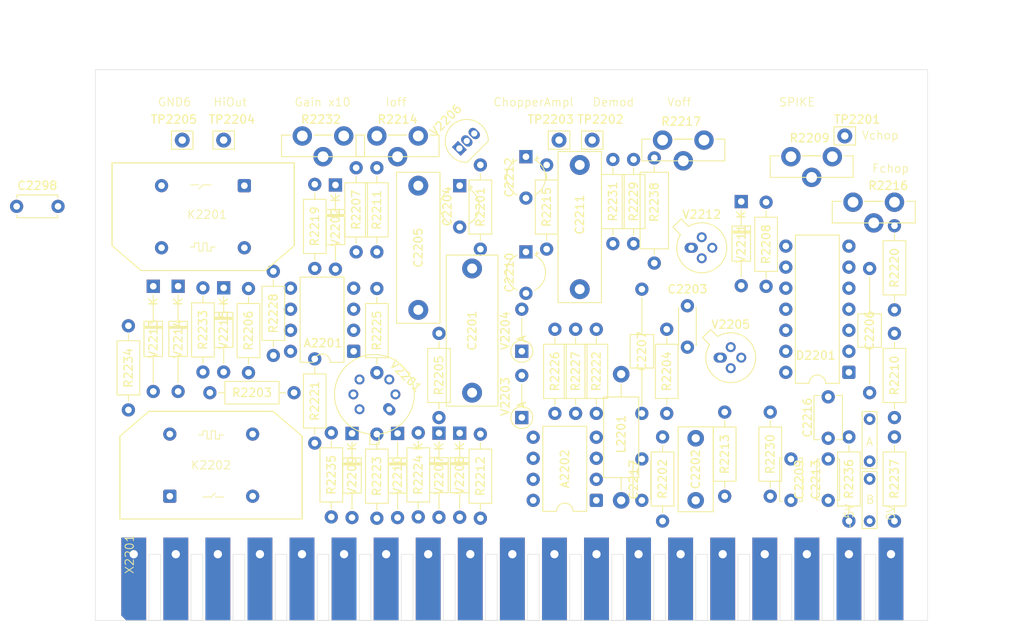
<source format=kicad_pcb>
(kicad_pcb (version 20241229) (generator "pcbnew") (generator_version "9.0")
  (title_block (title "Philips PM2528 - N22 (DC Amplifier)") (date "2025-08-06") (rev "1.0") (company "D. Kupers"))
  (layers (0 "F.Cu" signal) (2 "B.Cu" signal) (13 "F.Paste" user) (15 "B.Paste" user) (5 "F.SilkS" user "F.Silkscreen") (7 "B.SilkS" user "B.Silkscreen") (1 "F.Mask" user) (3 "B.Mask" user) (25 "Edge.Cuts" user))
  (net 0 "")
  (net 2 "/HI")
  (net 3 "GND5")
  (net 5 "-15V")
  (net 6 "/RELHI")
  (net 7 "GND3")
  (net 9 "GND7")
  (net 11 "/HIOUT2")
  (net 13 "/HIOUT1")
  (net 15 "/LO")
  (net 16 "GND4")
  (net 17 "+15V")
  (net 18 "GND6")
  (net 20 "Net-(V2203-K)")
  (net 21 "Net-(V2206-B)")
  (net 22 "Net-(V2206-E)")
  (net 23 "Net-(V2206-C)")
  (net 24 "Net-(V2207-K)")
  (net 25 "Net-(V2208-A)")
  (net 26 "Net-(V2212-D)")
  (net 29 "Net-(A2201-+)")
  (net 31 "Net-(A2201--)")
  (net 32 "Net-(A2202--)")
  (net 35 "Net-(A2202-+)")
  (net 37 "Net-(A2202-Pad6)")
  (net 38 "Net-(R2232-Pad1)")
  (net 39 "Net-(C2203-Pad1)")
  (net 40 "Net-(R2208-Pad1)")
  (net 41 "Net-(R2209-Pad1)")
  (net 42 "Net-(R2214-Pad1)")
  (net 43 "Net-(R2207-Pad2)")
  (net 44 "Net-(R2216-Pad3)")
  (net 45 "Net-(R2217-Pad2)")
  (net 46 "Net-(V2201-1G)")
  (net 47 "Net-(C2202-Pad2)")
  (net 48 "Net-(V2202-K)")
  (net 49 "Net-(V2205-D)")
  (net 50 "Net-(V2201-1S)")
  (net 51 "Net-(JP2201-A)")
  (net 52 "Net-(V2201-2D)")
  (net 53 "Net-(C2205-Pad2)")
  (net 54 "Net-(V2201-2S)")
  (net 55 "Net-(C2207-Pad2)")
  (net 56 "Net-(C2211-Pad2)")
  (net 57 "Net-(V2201-2G)")
  (net 58 "Net-(V2213-A)")
  (net 59 "Net-(D2201-RC_COMMON)")
  (net 60 "Net-(D2201-C)")
  (net 61 "Net-(D2201-+TRIGGER)")
  (net 62 "Net-(D2201-Q)")
  (net 63 "Net-(D2201-R)")
  (net 64 "Net-(D2201-~{Q})")
  (net 66 "Net-(V2205-Bulk)")
  (net 67 "Net-(JP2201-B)")
  (footprint "Package_TO_SOT_THT:TO-72-4" (layer "F.Cu") (at 173.46 84)
    (property "Reference" "V2212" (at 1.27 -4.02 0) (layer "F.SilkS"))
    (property "Value" "BFW13")
    (pad "1" thru_hole oval (at 0 0) (size 1.6 1.2) (drill 0.7) (layers "*.Cu" "*.Mask") (net 26 "Net-(V2212-D)"))
    (pad "2" thru_hole circle (at 1.27 1.27) (size 1.2 1.2) (drill 0.7) (layers "*.Cu" "*.Mask") (net 62 "Net-(D2201-Q)"))
    (pad "3" thru_hole circle (at 2.54 0) (size 1.2 1.2) (drill 0.7) (layers "*.Cu" "*.Mask") (net 16 "GND4"))
    (pad "4" thru_hole circle (at 1.27 -1.27) (size 1.2 1.2) (drill 0.7) (layers "*.Cu" "*.Mask"))
  )
  (footprint "Capacitor_THT:C_Disc_D4.3mm_W1.9mm_P5.00mm" (layer "F.Cu") (at 167.5 114.5 90)
    (property "Reference" "C2217" (at 2.5 -1 270) (layer "F.SilkS"))
    (property "Value" "3n3/100V")
    (pad "1" thru_hole circle (at 0 0 90) (size 1.6 1.6) (drill 0.8) (layers "*.Cu" "*.Mask") (net 7 "GND3"))
    (pad "2" thru_hole circle (at 5 0 90) (size 1.6 1.6) (drill 0.8) (layers "*.Cu" "*.Mask") (net 35 "Net-(A2202-+)"))
  )
  (footprint "Capacitor_THT:C_Axial_L3.8mm_D2.6mm_P15.00mm_Horizontal" (layer "F.Cu") (at 195 101.5 90)
    (property "Reference" "C2206" (at 7.5 0 90) (layer "F.SilkS"))
    (property "Value" "3n16")
    (pad "1" thru_hole circle (at 0 0 90) (size 1.6 1.6) (drill 0.8) (layers "*.Cu" "*.Mask") (net 59 "Net-(D2201-RC_COMMON)"))
    (pad "2" thru_hole circle (at 15 0 90) (size 1.6 1.6) (drill 0.8) (layers "*.Cu" "*.Mask") (net 60 "Net-(D2201-C)"))
  )
  (footprint "Diode_THT:D_DO-35_SOD27_P10.16mm_Horizontal" (layer "F.Cu") (at 179.5 78.42 -90)
    (property "Reference" "V2211" (at 5.08 0 90) (layer "F.SilkS"))
    (property "Value" "BZX79-C5V6")
    (fp_text user "K" (at 1.58 0 90) (layer "F.SilkS"))
    (pad "1" thru_hole rect (at 0 0 270) (size 1.6 1.6) (drill 0.8) (layers "*.Cu" "*.Mask") (net 3 "GND5"))
    (pad "2" thru_hole oval (at 10.16 0 270) (size 1.6 1.6) (drill 0.8) (layers "*.Cu" "*.Mask") (net 61 "Net-(D2201-+TRIGGER)"))
  )
  (footprint "Connector_Pin:Pin_D0.9mm_L10.0mm_W2.4mm_FlatFork" (layer "F.Cu") (at 157.5 71)
    (property "Reference" "TP2203" (at -1 -2.5 0) (layer "F.SilkS"))
    (property "Value" "Chopper Ampl")
    (pad "1" thru_hole circle (at 0 0) (size 1.8 1.8) (drill 0.9) (layers "*.Cu" "*.Mask") (net 37 "Net-(A2202-Pad6)"))
  )
  (footprint "Inductor_THT:L_Axial_L9.5mm_D4.0mm_P15.24mm_Horizontal_Fastron_SMCC" (layer "F.Cu") (at 165 114.5 90)
    (property "Reference" "L2201" (at 8 0 90) (layer "F.SilkS"))
    (property "Value" "470u")
    (pad "1" thru_hole circle (at 0 0 90) (size 2 2) (drill 1) (layers "*.Cu" "*.Mask") (net 55 "Net-(C2207-Pad2)"))
    (pad "2" thru_hole circle (at 15.24 0 90) (size 2 2) (drill 1) (layers "*.Cu" "*.Mask") (net 35 "Net-(A2202-+)"))
  )
  (footprint "Resistor_THT:R_Axial_DIN0207_L6.3mm_D2.5mm_P10.16mm_Horizontal" (layer "F.Cu") (at 159.5 104 90)
    (property "Reference" "R2227" (at 5.08 0 90) (layer "F.SilkS"))
    (property "Value" "100")
    (pad "1" thru_hole circle (at 0 0 90) (size 1.6 1.6) (drill 0.8) (layers "*.Cu" "*.Mask") (net 32 "Net-(A2202--)"))
    (pad "2" thru_hole oval (at 10.16 0 90) (size 1.6 1.6) (drill 0.8) (layers "*.Cu" "*.Mask") (net 62 "Net-(D2201-Q)"))
  )
  (footprint "Capacitor_THT:CP_Radial_Tantal_D4.5mm_P5.00mm" (layer "F.Cu") (at 153.5 84.5 -90)
    (property "Reference" "C2210" (at 2.5 2 90) (layer "F.SilkS"))
    (property "Value" "33u/10V")
    (pad "1" thru_hole rect (at 0 0 270) (size 1.6 1.6) (drill 0.8) (layers "*.Cu" "*.Mask") (net 62 "Net-(D2201-Q)"))
    (pad "2" thru_hole circle (at 5 0 270) (size 1.6 1.6) (drill 0.8) (layers "*.Cu" "*.Mask") (net 7 "GND3"))
  )
  (footprint "PM2528:Trimmer vertical" (layer "F.Cu") (at 190.5 73 -90)
    (property "Reference" "R2209" (at -2.25 2.75 0) (layer "F.SilkS"))
    (property "Value" "1k")
    (pad "1" thru_hole circle (at 0 0 270) (size 2.34 2.34) (drill 1.3) (layers "*.Cu" "*.Mask") (net 41 "Net-(R2209-Pad1)"))
    (pad "2" thru_hole circle (at 2.5 2.5 270) (size 2.34 2.34) (drill 1.3) (layers "*.Cu" "*.Mask") (net 39 "Net-(C2203-Pad1)"))
    (pad "3" thru_hole circle (at 0 5 270) (size 2.34 2.34) (drill 1.3) (layers "*.Cu" "*.Mask") (net 40 "Net-(R2208-Pad1)"))
  )
  (footprint "Resistor_THT:R_Axial_DIN0207_L6.3mm_D2.5mm_P10.16mm_Horizontal" (layer "F.Cu") (at 192.5 117 90)
    (property "Reference" "R2236" (at 5.08 0 270) (layer "F.SilkS"))
    (property "Value" "1k27")
    (pad "1" thru_hole circle (at 0 0 90) (size 1.6 1.6) (drill 0.8) (layers "*.Cu" "*.Mask") (net 51 "Net-(JP2201-A)"))
    (pad "2" thru_hole oval (at 10.16 0 90) (size 1.6 1.6) (drill 0.8) (layers "*.Cu" "*.Mask") (net 16 "GND4"))
  )
  (footprint "Resistor_THT:R_Axial_DIN0207_L6.3mm_D2.5mm_P10.16mm_Horizontal" (layer "F.Cu") (at 148 84.16 90)
    (property "Reference" "R2201" (at 5.08 0 90) (layer "F.SilkS"))
    (property "Value" "681k")
    (pad "1" thru_hole circle (at 0 0 90) (size 1.6 1.6) (drill 0.8) (layers "*.Cu" "*.Mask") (net 46 "Net-(V2201-1G)"))
    (pad "2" thru_hole oval (at 10.16 0 90) (size 1.6 1.6) (drill 0.8) (layers "*.Cu" "*.Mask") (net 16 "GND4"))
  )
  (footprint "Resistor_THT:R_Axial_DIN0207_L6.3mm_D2.5mm_P10.16mm_Horizontal" (layer "F.Cu") (at 128 86.5 90)
    (property "Reference" "R2219" (at 5.08 0 90) (layer "F.SilkS"))
    (property "Value" "82R5")
    (pad "1" thru_hole circle (at 0 0 90) (size 1.6 1.6) (drill 0.8) (layers "*.Cu" "*.Mask") (net 54 "Net-(V2201-2S)"))
    (pad "2" thru_hole oval (at 10.16 0 90) (size 1.6 1.6) (drill 0.8) (layers "*.Cu" "*.Mask") (net 42 "Net-(R2214-Pad1)"))
  )
  (footprint "Resistor_THT:R_Axial_DIN0207_L6.3mm_D2.5mm_P10.16mm_Horizontal" (layer "F.Cu") (at 135.5 84.5 90)
    (property "Reference" "R2211" (at 5.08 0 90) (layer "F.SilkS"))
    (property "Value" "1k")
    (pad "1" thru_hole circle (at 0 0 90) (size 1.6 1.6) (drill 0.8) (layers "*.Cu" "*.Mask") (net 53 "Net-(C2205-Pad2)"))
    (pad "2" thru_hole oval (at 10.16 0 90) (size 1.6 1.6) (drill 0.8) (layers "*.Cu" "*.Mask") (net 52 "Net-(V2201-2D)"))
  )
  (footprint "Resistor_THT:R_Axial_DIN0207_L6.3mm_D2.5mm_P10.16mm_Horizontal" (layer "F.Cu") (at 170.5 104 90)
    (property "Reference" "R2204" (at 5.08 0 90) (layer "F.SilkS"))
    (property "Value" "100k")
    (pad "1" thru_hole circle (at 0 0 90) (size 1.6 1.6) (drill 0.8) (layers "*.Cu" "*.Mask") (net 47 "Net-(C2202-Pad2)"))
    (pad "2" thru_hole oval (at 10.16 0 90) (size 1.6 1.6) (drill 0.8) (layers "*.Cu" "*.Mask") (net 49 "Net-(V2205-D)"))
  )
  (footprint "Diode_THT:D_DO-35_SOD27_P5.08mm_Vertical_AnodeUp" (layer "F.Cu") (at 153 104.5 90)
    (property "Reference" "V2203" (at 2.54 -2 90) (layer "F.SilkS"))
    (property "Value" "BAV45")
    (fp_text user "A" (at 1.5 0 90) (layer "F.SilkS"))
    (pad "1" thru_hole rect (at 0 0 90) (size 1.6 1.6) (drill 0.8) (layers "*.Cu" "*.Mask") (net 20 "Net-(V2203-K)"))
    (pad "2" thru_hole oval (at 5.08 0 90) (size 1.6 1.6) (drill 0.8) (layers "*.Cu" "*.Mask") (net 2 "/HI"))
  )
  (footprint "PM2528:Trimmer vertical" (layer "F.Cu") (at 131.5 70.5 -90)
    (property "Reference" "R2232" (at -2 2.75 0) (layer "F.SilkS"))
    (property "Value" "100")
    (pad "1" thru_hole circle (at 0 0 270) (size 2.34 2.34) (drill 1.3) (layers "*.Cu" "*.Mask") (net 38 "Net-(R2232-Pad1)"))
    (pad "2" thru_hole circle (at 2.5 2.5 270) (size 2.34 2.34) (drill 1.3) (layers "*.Cu" "*.Mask") (net 38 "Net-(R2232-Pad1)"))
    (pad "3" thru_hole circle (at 0 5 270) (size 2.34 2.34) (drill 1.3) (layers "*.Cu" "*.Mask") (net 15 "/LO"))
  )
  (footprint "PM2528:Trimmer vertical" (layer "F.Cu") (at 198 78.5 -90)
    (property "Reference" "R2216" (at -2 0.75 0) (layer "F.SilkS"))
    (property "Value" "47k")
    (pad "1" thru_hole circle (at 0 0 270) (size 2.34 2.34) (drill 1.3) (layers "*.Cu" "*.Mask") (net 59 "Net-(D2201-RC_COMMON)"))
    (pad "2" thru_hole circle (at 2.5 2.5 270) (size 2.34 2.34) (drill 1.3) (layers "*.Cu" "*.Mask") (net 59 "Net-(D2201-RC_COMMON)"))
    (pad "3" thru_hole circle (at 0 5 270) (size 2.34 2.34) (drill 1.3) (layers "*.Cu" "*.Mask") (net 44 "Net-(R2216-Pad3)"))
  )
  (footprint "Diode_THT:D_DO-35_SOD27_P12.70mm_Horizontal" (layer "F.Cu") (at 108.5 88.65 -90)
    (property "Reference" "V2213" (at 6.35 0 270) (layer "F.SilkS"))
    (property "Value" "BZX79-C5V1")
    (fp_text user "K" (at 1.85 0 270) (layer "F.SilkS"))
    (pad "1" thru_hole rect (at 0 0 270) (size 1.6 1.6) (drill 0.8) (layers "*.Cu" "*.Mask") (net 13 "/HIOUT1"))
    (pad "2" thru_hole oval (at 12.7 0 270) (size 1.6 1.6) (drill 0.8) (layers "*.Cu" "*.Mask") (net 58 "Net-(V2213-A)"))
  )
  (footprint "Connector_Pin:Pin_D0.9mm_L10.0mm_W2.4mm_FlatFork" (layer "F.Cu") (at 117 71)
    (property "Reference" "TP2204" (at 1 -2.5 0) (layer "F.SilkS"))
    (property "Value" "Hi Out")
    (pad "1" thru_hole circle (at 0 0) (size 1.8 1.8) (drill 0.9) (layers "*.Cu" "*.Mask") (net 13 "/HIOUT1"))
  )
  (footprint "Diode_THT:D_DO-35_SOD27_P10.16mm_Horizontal" (layer "F.Cu") (at 138 106.42 -90)
    (property "Reference" "V2210" (at 5.08 0 90) (layer "F.SilkS"))
    (property "Value" "BZX79-C3V6")
    (fp_text user "K" (at 1.58 -2.5 90) (layer "F.SilkS"))
    (pad "1" thru_hole rect (at 0 0 270) (size 1.6 1.6) (drill 0.8) (layers "*.Cu" "*.Mask") (net 13 "/HIOUT1"))
    (pad "2" thru_hole oval (at 10.16 0 270) (size 1.6 1.6) (drill 0.8) (layers "*.Cu" "*.Mask") (net 25 "Net-(V2208-A)"))
  )
  (footprint "Diode_THT:D_DO-35_SOD27_P5.08mm_Vertical_AnodeUp" (layer "F.Cu") (at 153 96.5 90)
    (property "Reference" "V2204" (at 2.5 -2 90) (layer "F.SilkS"))
    (property "Value" "BAV45")
    (fp_text user "A" (at 1.5 0 90) (layer "F.SilkS"))
    (pad "1" thru_hole rect (at 0 0 90) (size 1.6 1.6) (drill 0.8) (layers "*.Cu" "*.Mask") (net 2 "/HI"))
    (pad "2" thru_hole oval (at 5.08 0 90) (size 1.6 1.6) (drill 0.8) (layers "*.Cu" "*.Mask") (net 20 "Net-(V2203-K)"))
  )
  (footprint "Package_TO_SOT_THT:TO-72-4" (layer "F.Cu") (at 176.96 97.27)
    (property "Reference" "V2205" (at 1.27 -4.01 0) (layer "F.SilkS"))
    (property "Value" "BSV81")
    (pad "1" thru_hole oval (at 0 0) (size 1.6 1.2) (drill 0.7) (layers "*.Cu" "*.Mask") (net 49 "Net-(V2205-D)"))
    (pad "2" thru_hole circle (at 1.27 1.27) (size 1.2 1.2) (drill 0.7) (layers "*.Cu" "*.Mask") (net 64 "Net-(D2201-~{Q})"))
    (pad "3" thru_hole circle (at 2.54 0) (size 1.2 1.2) (drill 0.7) (layers "*.Cu" "*.Mask") (net 66 "Net-(V2205-Bulk)"))
    (pad "4" thru_hole circle (at 1.27 -1.27) (size 1.2 1.2) (drill 0.7) (layers "*.Cu" "*.Mask") (net 66 "Net-(V2205-Bulk)"))
  )
  (footprint "Resistor_THT:R_Axial_DIN0207_L6.3mm_D2.5mm_P10.16mm_Horizontal" (layer "F.Cu") (at 135.5 99.08 90)
    (property "Reference" "R2225" (at 5.08 0 90) (layer "F.SilkS"))
    (property "Value" "196")
    (pad "1" thru_hole circle (at 0 0 90) (size 1.6 1.6) (drill 0.8) (layers "*.Cu" "*.Mask") (net 52 "Net-(V2201-2D)"))
    (pad "2" thru_hole oval (at 10.16 0 90) (size 1.6 1.6) (drill 0.8) (layers "*.Cu" "*.Mask") (net 31 "Net-(A2201--)"))
  )
  (footprint "Capacitor_THT:CP_Radial_Tantal_D4.5mm_P5.00mm" (layer "F.Cu") (at 145.5 76.5 -90)
    (property "Reference" "C2204" (at 2.5 1.5 90) (layer "F.SilkS"))
    (property "Value" "22u")
    (pad "1" thru_hole rect (at 0 0 270) (size 1.6 1.6) (drill 0.8) (layers "*.Cu" "*.Mask") (net 21 "Net-(V2206-B)"))
    (pad "2" thru_hole circle (at 5 0 270) (size 1.6 1.6) (drill 0.8) (layers "*.Cu" "*.Mask") (net 5 "-15V"))
  )
  (footprint "Resistor_THT:R_Axial_DIN0207_L6.3mm_D2.5mm_P10.16mm_Horizontal" (layer "F.Cu") (at 177.5 114 90)
    (property "Reference" "R2213" (at 5.08 0 90) (layer "F.SilkS"))
    (property "Value" "220k")
    (pad "1" thru_hole circle (at 0 0 90) (size 1.6 1.6) (drill 0.8) (layers "*.Cu" "*.Mask") (net 7 "GND3"))
    (pad "2" thru_hole oval (at 10.16 0 90) (size 1.6 1.6) (drill 0.8) (layers "*.Cu" "*.Mask") (net 66 "Net-(V2205-Bulk)"))
  )
  (footprint "PM2528:Trimmer vertical" (layer "F.Cu") (at 140.5 70.5 -90)
    (property "Reference" "R2214" (at -2 2.5 0) (layer "F.SilkS"))
    (property "Value" "100")
    (pad "1" thru_hole circle (at 0 0 270) (size 2.34 2.34) (drill 1.3) (layers "*.Cu" "*.Mask") (net 42 "Net-(R2214-Pad1)"))
    (pad "2" thru_hole circle (at 2.5 2.5 270) (size 2.34 2.34) (drill 1.3) (layers "*.Cu" "*.Mask") (net 23 "Net-(V2206-C)"))
    (pad "3" thru_hole circle (at 0 5 270) (size 2.34 2.34) (drill 1.3) (layers "*.Cu" "*.Mask") (net 43 "Net-(R2207-Pad2)"))
  )
  (footprint "Diode_THT:D_DO-35_SOD27_P10.16mm_Horizontal" (layer "F.Cu") (at 143 106.38 -90)
    (property "Reference" "V2207" (at 5.08 0 270) (layer "F.SilkS"))
    (property "Value" "BAW62")
    (fp_text user "K" (at 1.62 0 270) (layer "F.SilkS"))
    (pad "1" thru_hole rect (at 0 0 270) (size 1.6 1.6) (drill 0.8) (layers "*.Cu" "*.Mask") (net 24 "Net-(V2207-K)"))
    (pad "2" thru_hole oval (at 10.16 0 270) (size 1.6 1.6) (drill 0.8) (layers "*.Cu" "*.Mask") (net 20 "Net-(V2203-K)"))
  )
  (footprint "TestPoint:TestPoint_Bridge_Pitch5.08mm_Drill0.7mm" (layer "F.Cu") (at 195 109.77 90)
    (property "Reference" "JP2201" (hide yes))
    (property "Value" "A")
    (pad "1" thru_hole circle (at 0 0 90) (size 1.4 1.4) (drill 0.7) (layers "*.Cu" "*.Mask") (net 51 "Net-(JP2201-A)"))
    (pad "1" thru_hole circle (at 5.08 0 90) (size 1.4 1.4) (drill 0.7) (layers "*.Cu" "*.Mask") (net 51 "Net-(JP2201-A)"))
  )
  (footprint "Resistor_THT:R_Axial_DIN0207_L6.3mm_D2.5mm_P10.16mm_Horizontal" (layer "F.Cu") (at 164 83.5 90)
    (property "Reference" "R2231" (at 5.08 0 90) (layer "F.SilkS"))
    (property "Value" "681k")
    (pad "1" thru_hole circle (at 0 0 90) (size 1.6 1.6) (drill 0.8) (layers "*.Cu" "*.Mask") (net 26 "Net-(V2212-D)"))
    (pad "2" thru_hole oval (at 10.16 0 90) (size 1.6 1.6) (drill 0.8) (layers "*.Cu" "*.Mask") (net 57 "Net-(V2201-2G)"))
  )
  (footprint "Resistor_THT:R_Axial_DIN0207_L6.3mm_D2.5mm_P10.16mm_Horizontal" (layer "F.Cu") (at 166.5 83.5 90)
    (property "Reference" "R2229" (at 5.08 0 90) (layer "F.SilkS"))
    (property "Value" "20k5")
    (pad "1" thru_hole circle (at 0 0 90) (size 1.6 1.6) (drill 0.8) (layers "*.Cu" "*.Mask") (net 56 "Net-(C2211-Pad2)"))
    (pad "2" thru_hole oval (at 10.16 0 90) (size 1.6 1.6) (drill 0.8) (layers "*.Cu" "*.Mask") (net 26 "Net-(V2212-D)"))
  )
  (footprint "Capacitor_THT:C_Disc_D5.1mm_W3.2mm_P5.00mm" (layer "F.Cu") (at 190 107 90)
    (property "Reference" "C2216" (at 2.5 -2.5 90) (layer "F.SilkS"))
    (property "Value" "27p/100V")
    (pad "1" thru_hole circle (at 0 0 90) (size 1.6 1.6) (drill 0.8) (layers "*.Cu" "*.Mask") (net 7 "GND3"))
    (pad "2" thru_hole circle (at 5 0 90) (size 1.6 1.6) (drill 0.8) (layers "*.Cu" "*.Mask") (net 63 "Net-(D2201-R)"))
  )
  (footprint "Diode_THT:D_DO-35_SOD27_P10.16mm_Horizontal" (layer "F.Cu") (at 132.5 106.42 -90)
    (property "Reference" "V2209" (at 5.08 0 90) (layer "F.SilkS"))
    (property "Value" "BZX79-C3V6")
    (fp_text user "K" (at 1.58 0 90) (layer "F.SilkS"))
    (pad "1" thru_hole rect (at 0 0 270) (size 1.6 1.6) (drill 0.8) (layers "*.Cu" "*.Mask") (net 24 "Net-(V2207-K)"))
    (pad "2" thru_hole oval (at 10.16 0 270) (size 1.6 1.6) (drill 0.8) (layers "*.Cu" "*.Mask") (net 13 "/HIOUT1"))
  )
  (footprint "Resistor_THT:R_Axial_DIN0207_L6.3mm_D2.5mm_P10.16mm_Horizontal" (layer "F.Cu") (at 157 104 90)
    (property "Reference" "R2226" (at 5.08 0 90) (layer "F.SilkS"))
    (property "Value" "100k")
    (pad "1" thru_hole circle (at 0 0 90) (size 1.6 1.6) (drill 0.8) (layers "*.Cu" "*.Mask") (net 37 "Net-(A2202-Pad6)"))
    (pad "2" thru_hole oval (at 10.16 0 90) (size 1.6 1.6) (drill 0.8) (layers "*.Cu" "*.Mask") (net 32 "Net-(A2202--)"))
  )
  (footprint "Capacitor_THT:C_Rect_L10.0mm_W4.0mm_P7.50mm_FKS3_FKP3" (layer "F.Cu") (at 174 114.5 90)
    (property "Reference" "C2202" (at 3.75 0 90) (layer "F.SilkS"))
    (property "Value" "47n/250V")
    (pad "1" thru_hole circle (at 0 0 90) (size 2 2) (drill 1) (layers "*.Cu" "*.Mask") (net 7 "GND3"))
    (pad "2" thru_hole circle (at 7.5 0 90) (size 2 2) (drill 1) (layers "*.Cu" "*.Mask") (net 47 "Net-(C2202-Pad2)"))
  )
  (footprint "Resistor_THT:R_Axial_DIN0207_L6.3mm_D2.5mm_P10.16mm_Horizontal" (layer "F.Cu") (at 198 91.5 90)
    (property "Reference" "R2220" (at 5.08 0 90) (layer "F.SilkS"))
    (property "Value" "196k")
    (pad "1" thru_hole circle (at 0 0 90) (size 1.6 1.6) (drill 0.8) (layers "*.Cu" "*.Mask") (net 63 "Net-(D2201-R)"))
    (pad "2" thru_hole oval (at 10.16 0 90) (size 1.6 1.6) (drill 0.8) (layers "*.Cu" "*.Mask") (net 44 "Net-(R2216-Pad3)"))
  )
  (footprint "Capacitor_THT:C_Axial_L3.8mm_D2.6mm_P15.00mm_Horizontal" (layer "F.Cu") (at 167.5 104 90)
    (property "Reference" "C2207" (at 7.5 0 90) (layer "F.SilkS"))
    (property "Value" "6n19 / 63V")
    (pad "1" thru_hole circle (at 0 0 90) (size 1.6 1.6) (drill 0.8) (layers "*.Cu" "*.Mask") (net 49 "Net-(V2205-D)"))
    (pad "2" thru_hole circle (at 15 0 90) (size 1.6 1.6) (drill 0.8) (layers "*.Cu" "*.Mask") (net 55 "Net-(C2207-Pad2)"))
  )
  (footprint "Resistor_THT:R_Axial_DIN0207_L6.3mm_D2.5mm_P10.16mm_Horizontal" (layer "F.Cu") (at 183 114 90)
    (property "Reference" "R2230" (at 5.08 0 90) (layer "F.SilkS"))
    (property "Value" "9k09")
    (pad "1" thru_hole circle (at 0 0 90) (size 1.6 1.6) (drill 0.8) (layers "*.Cu" "*.Mask") (net 61 "Net-(D2201-+TRIGGER)"))
    (pad "2" thru_hole oval (at 10.16 0 90) (size 1.6 1.6) (drill 0.8) (layers "*.Cu" "*.Mask") (net 5 "-15V"))
  )
  (footprint "PM2528:Reed relay assy" (layer "F.Cu") (at 110.5 114.1 90)
    (property "Reference" "K2202" (at 3.85 4.975 0) (layer "F.SilkS") (effects (font (thickness 0.1))))
    (property "Value" "~")
    (pad "1" thru_hole roundrect (at 0.1 0 90) (size 1.6 1.6) (drill 0.8) (layers "*.Cu" "*.Mask") (roundrect_rratio 0.15625) (net 11 "/HIOUT2"))
    (pad "5" thru_hole circle (at 0.1 10 90) (size 1.6 1.6) (drill 0.8) (layers "*.Cu" "*.Mask") (net 15 "/LO"))
    (pad "6" thru_hole circle (at 7.6 10 90) (size 1.6 1.6) (drill 0.8) (layers "*.Cu" "*.Mask") (net 9 "GND7"))
    (pad "10" thru_hole circle (at 7.6 0 90) (size 1.6 1.6) (drill 0.8) (layers "*.Cu" "*.Mask") (net 6 "/RELHI"))
  )
  (footprint "PM2528:Trimmer vertical" (layer "F.Cu") (at 175 71 -90)
    (property "Reference" "R2217" (at -2.25 2.75 0) (layer "F.SilkS"))
    (property "Value" "220k")
    (pad "1" thru_hole circle (at 0 0 270) (size 2.34 2.34) (drill 1.3) (layers "*.Cu" "*.Mask") (net 5 "-15V"))
    (pad "2" thru_hole circle (at 2.5 2.5 270) (size 2.34 2.34) (drill 1.3) (layers "*.Cu" "*.Mask") (net 45 "Net-(R2217-Pad2)"))
    (pad "3" thru_hole circle (at 0 5 270) (size 2.34 2.34) (drill 1.3) (layers "*.Cu" "*.Mask") (net 17 "+15V"))
  )
  (footprint "Resistor_THT:R_Axial_DIN0309_L9.0mm_D3.2mm_P12.70mm_Horizontal" (layer "F.Cu") (at 169 85.85 90)
    (property "Reference" "R2238" (at 7.35 0 90) (layer "F.SilkS"))
    (property "Value" "1M")
    (pad "1" thru_hole circle (at 0 0 90) (size 1.6 1.6) (drill 0.8) (layers "*.Cu" "*.Mask") (net 66 "Net-(V2205-Bulk)"))
    (pad "2" thru_hole oval (at 12.7 0 90) (size 1.6 1.6) (drill 0.8) (layers "*.Cu" "*.Mask") (net 45 "Net-(R2217-Pad2)"))
  )
  (footprint "Resistor_THT:R_Axial_DIN0207_L6.3mm_D2.5mm_P10.16mm_Horizontal" (layer "F.Cu") (at 135.5 116.66 90)
    (property "Reference" "R2223" (at 5.08 0 90) (layer "F.SilkS"))
    (property "Value" "20k5")
    (pad "1" thru_hole circle (at 0 0 90) (size 1.6 1.6) (drill 0.8) (layers "*.Cu" "*.Mask") (net 24 "Net-(V2207-K)"))
    (pad "2" thru_hole oval (at 10.16 0 90) (size 1.6 1.6) (drill 0.8) (layers "*.Cu" "*.Mask") (net 17 "+15V"))
  )
  (footprint "PM2528:Reed relay assy" (layer "F.Cu") (at 119.5 76.4 -90)
    (property "Reference" "K2201" (at 3.6 4.5 0) (layer "F.SilkS") (effects (font (thickness 0.1))))
    (property "Value" "~")
    (pad "1" thru_hole roundrect (at 0.1 0 270) (size 1.6 1.6) (drill 0.8) (layers "*.Cu" "*.Mask") (roundrect_rratio 0.15625) (net 13 "/HIOUT1"))
    (pad "5" thru_hole circle (at 0.1 10 270) (size 1.6 1.6) (drill 0.8) (layers "*.Cu" "*.Mask") (net 15 "/LO"))
    (pad "6" thru_hole circle (at 7.6 10 270) (size 1.6 1.6) (drill 0.8) (layers "*.Cu" "*.Mask") (net 9 "GND7"))
    (pad "10" thru_hole circle (at 7.6 0 270) (size 1.6 1.6) (drill 0.8) (layers "*.Cu" "*.Mask") (net 6 "/RELHI"))
  )
  (footprint "Capacitor_THT:C_Disc_D4.7mm_W2.5mm_P5.00mm" (layer "F.Cu") (at 92 79)
    (property "Reference" "C2298" (at 2.5 -2.5 0) (layer "F.SilkS"))
    (property "Value" "C_Polarized")
    (pad "1" thru_hole circle (at 0 0) (size 1.6 1.6) (drill 0.8) (layers "*.Cu" "*.Mask") (net 3 "GND5"))
    (pad "2" thru_hole circle (at 5 0) (size 1.6 1.6) (drill 0.8) (layers "*.Cu" "*.Mask") (net 5 "-15V"))
  )
  (footprint "Package_DIP:DIP-14_W7.62mm" (layer "F.Cu") (at 192.5 99.04 180)
    (property "Reference" "D2201" (at 4 2.04 0) (layer "F.SilkS"))
    (property "Value" "HEF4047")
    (pad "1" thru_hole roundrect (at 0 0 180) (size 1.6 1.6) (drill 0.8) (layers "*.Cu" "*.Mask") (roundrect_rratio 0.15625) (net 60 "Net-(D2201-C)"))
    (pad "2" thru_hole circle (at 0 2.54 180) (size 1.6 1.6) (drill 0.8) (layers "*.Cu" "*.Mask") (net 63 "Net-(D2201-R)"))
    (pad "3" thru_hole circle (at 0 5.08 180) (size 1.6 1.6) (drill 0.8) (layers "*.Cu" "*.Mask") (net 59 "Net-(D2201-RC_COMMON)"))
    (pad "4" thru_hole circle (at 0 7.62 180) (size 1.6 1.6) (drill 0.8) (layers "*.Cu" "*.Mask") (net 3 "GND5"))
    (pad "5" thru_hole circle (at 0 10.16 180) (size 1.6 1.6) (drill 0.8) (layers "*.Cu" "*.Mask") (net 3 "GND5"))
    (pad "6" thru_hole circle (at 0 12.7 180) (size 1.6 1.6) (drill 0.8) (layers "*.Cu" "*.Mask") (net 3 "GND5"))
    (pad "7" thru_hole circle (at 0 15.24 180) (size 1.6 1.6) (drill 0.8) (layers "*.Cu" "*.Mask") (net 61 "Net-(D2201-+TRIGGER)"))
    (pad "8" thru_hole circle (at 7.62 15.24 180) (size 1.6 1.6) (drill 0.8) (layers "*.Cu" "*.Mask") (net 61 "Net-(D2201-+TRIGGER)"))
    (pad "9" thru_hole circle (at 7.62 12.7 180) (size 1.6 1.6) (drill 0.8) (layers "*.Cu" "*.Mask") (net 61 "Net-(D2201-+TRIGGER)"))
    (pad "10" thru_hole circle (at 7.62 10.16 180) (size 1.6 1.6) (drill 0.8) (layers "*.Cu" "*.Mask") (net 62 "Net-(D2201-Q)"))
    (pad "11" thru_hole circle (at 7.62 7.62 180) (size 1.6 1.6) (drill 0.8) (layers "*.Cu" "*.Mask") (net 64 "Net-(D2201-~{Q})"))
    (pad "12" thru_hole circle (at 7.62 5.08 180) (size 1.6 1.6) (drill 0.8) (layers "*.Cu" "*.Mask") (net 61 "Net-(D2201-+TRIGGER)"))
    (pad "13" thru_hole circle (at 7.62 2.54 180) (size 1.6 1.6) (drill 0.8) (layers "*.Cu" "*.Mask"))
    (pad "14" thru_hole circle (at 7.62 0 180) (size 1.6 1.6) (drill 0.8) (layers "*.Cu" "*.Mask") (net 3 "GND5"))
  )
  (footprint "Diode_THT:D_DO-35_SOD27_P10.16mm_Horizontal" (layer "F.Cu") (at 117 88.84 -90)
    (property "Reference" "V2215" (at 5.08 0 90) (layer "F.SilkS"))
    (property "Value" "BAX12A")
    (fp_text user "K" (at 1.66 0 90) (layer "F.SilkS"))
    (pad "1" thru_hole rect (at 0 0 270) (size 1.6 1.6) (drill 0.8) (layers "*.Cu" "*.Mask") (net 9 "GND7"))
    (pad "2" thru_hole oval (at 10.16 0 270) (size 1.6 1.6) (drill 0.8) (layers "*.Cu" "*.Mask") (net 6 "/RELHI"))
  )
  (footprint "Resistor_THT:R_Axial_DIN0207_L6.3mm_D2.5mm_P10.16mm_Horizontal" (layer "F.Cu") (at 105.5 103.58 90)
    (property "Reference" "R2234" (at 5.08 0 90) (layer "F.SilkS"))
    (property "Value" "1k96")
    (pad "1" thru_hole circle (at 0 0 90) (size 1.6 1.6) (drill 0.8) (layers "*.Cu" "*.Mask") (net 18 "GND6"))
    (pad "2" thru_hole oval (at 10.16 0 90) (size 1.6 1.6) (drill 0.8) (layers "*.Cu" "*.Mask") (net 15 "/LO"))
  )
  (footprint "Diode_THT:D_DO-35_SOD27_P10.16mm_Horizontal" (layer "F.Cu") (at 145.5 106.38 -90)
    (property "Reference" "V2208" (at 5.08 0 270) (layer "F.SilkS"))
    (property "Value" "BAW62")
    (fp_text user "K" (at 1.62 0 270) (layer "F.SilkS"))
    (pad "1" thru_hole rect (at 0 0 270) (size 1.6 1.6) (drill 0.8) (layers "*.Cu" "*.Mask") (net 20 "Net-(V2203-K)"))
    (pad "2" thru_hole oval (at 10.16 0 270) (size 1.6 1.6) (drill 0.8) (layers "*.Cu" "*.Mask") (net 25 "Net-(V2208-A)"))
  )
  (footprint "Package_TO_SOT_THT:TO-75-6" (layer "F.Cu") (at 137 103.5 135)
    (property "Reference" "V2201" (at 1.414214 4.242641 135) (layer "F.SilkS"))
    (property "Value" "BFQ10")
    (pad "1" thru_hole oval (at 0 0 135) (size 1.6 1.2) (drill 0.7) (layers "*.Cu" "*.Mask") (net 50 "Net-(V2201-1S)"))
    (pad "2" thru_hole circle (at 0.743949 1.796051 135) (size 1.2 1.2) (drill 0.7) (layers "*.Cu" "*.Mask") (net 29 "Net-(A2201-+)"))
    (pad "3" thru_hole circle (at 2.54 2.54 135) (size 1.2 1.2) (drill 0.7) (layers "*.Cu" "*.Mask") (net 46 "Net-(V2201-1G)"))
    (pad "4" thru_hole circle (at 5.079999 0 135) (size 1.2 1.2) (drill 0.7) (layers "*.Cu" "*.Mask") (net 54 "Net-(V2201-2S)"))
    (pad "5" thru_hole circle (at 4.336051 -1.796051 135) (size 1.2 1.2) (drill 0.7) (layers "*.Cu" "*.Mask") (net 52 "Net-(V2201-2D)"))
    (pad "6" thru_hole circle (at 2.54 -2.54 135) (size 1.2 1.2) (drill 0.7) (layers "*.Cu" "*.Mask") (net 57 "Net-(V2201-2G)"))
  )
  (footprint "Connector_Pin:Pin_D0.9mm_L10.0mm_W2.4mm_FlatFork" (layer "F.Cu") (at 161.5 71)
    (property "Reference" "TP2202" (at 1 -2.5 0) (layer "F.SilkS"))
    (property "Value" "Demodulator")
    (pad "1" thru_hole circle (at 0 0) (size 1.8 1.8) (drill 0.9) (layers "*.Cu" "*.Mask") (net 26 "Net-(V2212-D)"))
  )
  (footprint "Resistor_THT:R_Axial_DIN0207_L6.3mm_D2.5mm_P10.16mm_Horizontal" (layer "F.Cu") (at 120 99.08 90)
    (property "Reference" "R2206" (at 5.08 0 90) (layer "F.SilkS"))
    (property "Value" "20k5")
    (pad "1" thru_hole circle (at 0 0 90) (size 1.6 1.6) (drill 0.8) (layers "*.Cu" "*.Mask") (net 48 "Net-(V2202-K)"))
    (pad "2" thru_hole oval (at 10.16 0 90) (size 1.6 1.6) (drill 0.8) (layers "*.Cu" "*.Mask") (net 21 "Net-(V2206-B)"))
  )
  (footprint "Capacitor_THT:C_Disc_D4.7mm_W2.5mm_P5.00mm" (layer "F.Cu") (at 190 109.5 -90)
    (property "Reference" "C2213" (at 2.5 1.5 270) (layer "F.SilkS"))
    (property "Value" "C_Polarized")
    (pad "1" thru_hole circle (at 0 0 270) (size 1.6 1.6) (drill 0.8) (layers "*.Cu" "*.Mask") (net 17 "+15V"))
    (pad "2" thru_hole circle (at 5 0 270) (size 1.6 1.6) (drill 0.8) (layers "*.Cu" "*.Mask") (net 3 "GND5"))
  )
  (footprint "Resistor_THT:R_Axial_DIN0207_L6.3mm_D2.5mm_P10.16mm_Horizontal" (layer "F.Cu") (at 170 117 90)
    (property "Reference" "R2202" (at 5.08 0 270) (layer "F.SilkS"))
    (property "Value" "48k7")
    (pad "1" thru_hole circle (at 0 0 90) (size 1.6 1.6) (drill 0.8) (layers "*.Cu" "*.Mask") (net 2 "/HI"))
    (pad "2" thru_hole oval (at 10.16 0 90) (size 1.6 1.6) (drill 0.8) (layers "*.Cu" "*.Mask") (net 47 "Net-(C2202-Pad2)"))
  )
  (footprint "Connector_Pin:Pin_D0.9mm_L10.0mm_W2.4mm_FlatFork" (layer "F.Cu") (at 192 70.5)
    (property "Reference" "TP2201" (at 1.5 -2 0) (layer "F.SilkS"))
    (property "Value" "V.Chopper")
    (pad "1" thru_hole circle (at 0 0) (size 1.8 1.8) (drill 0.9) (layers "*.Cu" "*.Mask") (net 64 "Net-(D2201-~{Q})"))
  )
  (footprint "Resistor_THT:R_Axial_DIN0207_L6.3mm_D2.5mm_P10.16mm_Horizontal" (layer "F.Cu") (at 140.5 116.5 90)
    (property "Reference" "R2224" (at 5.08 0 90) (layer "F.SilkS"))
    (property "Value" "20k5")
    (pad "1" thru_hole circle (at 0 0 90) (size 1.6 1.6) (drill 0.8) (layers "*.Cu" "*.Mask") (net 5 "-15V"))
    (pad "2" thru_hole oval (at 10.16 0 90) (size 1.6 1.6) (drill 0.8) (layers "*.Cu" "*.Mask") (net 25 "Net-(V2208-A)"))
  )
  (footprint "Resistor_THT:R_Axial_DIN0207_L6.3mm_D2.5mm_P10.16mm_Horizontal" (layer "F.Cu") (at 182.5 88.66 90)
    (property "Reference" "R2208" (at 5.08 0 90) (layer "F.SilkS"))
    (property "Value" "20k5")
    (pad "1" thru_hole circle (at 0 0 90) (size 1.6 1.6) (drill 0.8) (layers "*.Cu" "*.Mask") (net 40 "Net-(R2208-Pad1)"))
    (pad "2" thru_hole oval (at 10.16 0 90) (size 1.6 1.6) (drill 0.8) (layers "*.Cu" "*.Mask") (net 62 "Net-(D2201-Q)"))
  )
  (footprint "Resistor_THT:R_Axial_DIN0207_L6.3mm_D2.5mm_P10.16mm_Horizontal" (layer "F.Cu") (at 123 97 90)
    (property "Reference" "R2228" (at 5.08 0 90) (layer "F.SilkS"))
    (property "Value" "4M7")
    (pad "1" thru_hole circle (at 0 0 90) (size 1.6 1.6) (drill 0.8) (layers "*.Cu" "*.Mask") (net 31 "Net-(A2201--)"))
    (pad "2" thru_hole oval (at 10.16 0 90) (size 1.6 1.6) (drill 0.8) (layers "*.Cu" "*.Mask") (net 13 "/HIOUT1"))
  )
  (footprint "Capacitor_THT:CP_Radial_Tantal_D4.5mm_P5.00mm" (layer "F.Cu") (at 153.5 73 -90)
    (property "Reference" "C2212" (at 2.5 2 90) (layer "F.SilkS"))
    (property "Value" "4u7/25V")
    (pad "1" thru_hole rect (at 0 0 270) (size 1.6 1.6) (drill 0.8) (layers "*.Cu" "*.Mask") (net 16 "GND4"))
    (pad "2" thru_hole circle (at 5 0 270) (size 1.6 1.6) (drill 0.8) (layers "*.Cu" "*.Mask") (net 57 "Net-(V2201-2G)"))
  )
  (footprint "Resistor_THT:R_Axial_DIN0207_L6.3mm_D2.5mm_P10.16mm_Horizontal" (layer "F.Cu") (at 128 107.58 90)
    (property "Reference" "R2221" (at 5.08 0 90) (layer "F.SilkS"))
    (property "Value" "48k7")
    (pad "1" thru_hole circle (at 0 0 90) (size 1.6 1.6) (drill 0.8) (layers "*.Cu" "*.Mask") (net 52 "Net-(V2201-2D)"))
    (pad "2" thru_hole oval (at 10.16 0 90) (size 1.6 1.6) (drill 0.8) (layers "*.Cu" "*.Mask") (net 17 "+15V"))
  )
  (footprint "Resistor_THT:R_Axial_DIN0207_L6.3mm_D2.5mm_P10.16mm_Horizontal" (layer "F.Cu") (at 198 104.5 90)
    (property "Reference" "R2210" (at 5.08 0 90) (layer "F.SilkS"))
    (property "Value" "1k47")
    (pad "1" thru_hole circle (at 0 0 90) (size 1.6 1.6) (drill 0.8) (layers "*.Cu" "*.Mask") (net 41 "Net-(R2209-Pad1)"))
    (pad "2" thru_hole oval (at 10.16 0 90) (size 1.6 1.6) (drill 0.8) (layers "*.Cu" "*.Mask") (net 67 "Net-(JP2201-B)"))
  )
  (footprint "Diode_THT:D_DO-35_SOD27_P10.16mm_Horizontal" (layer "F.Cu") (at 130.5 76.42 -90)
    (property "Reference" "V2202" (at 5.08 0 270) (layer "F.SilkS"))
    (property "Value" "BZX79-C4V7")
    (fp_text user "K" (at 1.58 0 270) (layer "F.SilkS"))
    (pad "1" thru_hole rect (at 0 0 270) (size 1.6 1.6) (drill 0.8) (layers "*.Cu" "*.Mask") (net 48 "Net-(V2202-K)"))
    (pad "2" thru_hole oval (at 10.16 0 270) (size 1.6 1.6) (drill 0.8) (layers "*.Cu" "*.Mask") (net 5 "-15V"))
  )
  (footprint "PM2528:PM2528_RiserCardConnector" (layer "F.Cu") (at 106.14 121 90)
    (property "Reference" "X2201" (at 0 -0.5 90) (layer "F.SilkS") (effects (font (thickness 0.1))))
    (property "Value" "~")
    (fp_rect (start -8 1.84) (end 0 3.24) (stroke (width 0.05)) (fill no) (layer "Edge.Cuts"))
    (fp_rect (start -8 6.92) (end 0 8.32) (stroke (width 0.05)) (fill no) (layer "Edge.Cuts"))
    (fp_rect (start -8 12) (end 0 13.4) (stroke (width 0.05)) (fill no) (layer "Edge.Cuts"))
    (fp_rect (start -8 17.08) (end 0 18.48) (stroke (width 0.05)) (fill no) (layer "Edge.Cuts"))
    (fp_rect (start -8 22.16) (end 0 23.56) (stroke (width 0.05)) (fill no) (layer "Edge.Cuts"))
    (fp_rect (start -8 27.24) (end 0 28.64) (stroke (width 0.05)) (fill no) (layer "Edge.Cuts"))
    (fp_rect (start -8 32.32) (end 0 33.72) (stroke (width 0.05)) (fill no) (layer "Edge.Cuts"))
    (fp_rect (start -8 37.4) (end 0 38.8) (stroke (width 0.05)) (fill no) (layer "Edge.Cuts"))
    (fp_rect (start -8 42.48) (end 0 43.88) (stroke (width 0.05)) (fill no) (layer "Edge.Cuts"))
    (fp_rect (start -8 47.56) (end 0 48.96) (stroke (width 0.05)) (fill no) (layer "Edge.Cuts"))
    (fp_rect (start -8 52.64) (end 0 54.04) (stroke (width 0.05)) (fill no) (layer "Edge.Cuts"))
    (fp_rect (start -8 57.72) (end 0 59.12) (stroke (width 0.05)) (fill no) (layer "Edge.Cuts"))
    (fp_rect (start -8 62.8) (end 0 64.2) (stroke (width 0.05)) (fill no) (layer "Edge.Cuts"))
    (fp_rect (start -8 67.88) (end 0 69.28) (stroke (width 0.05)) (fill no) (layer "Edge.Cuts"))
    (fp_rect (start -8 72.96) (end 0 74.36) (stroke (width 0.05)) (fill no) (layer "Edge.Cuts"))
    (fp_rect (start -8 78.04) (end 0 79.44) (stroke (width 0.05)) (fill no) (layer "Edge.Cuts"))
    (fp_rect (start -8 83.12) (end 0 84.52) (stroke (width 0.05)) (fill no) (layer "Edge.Cuts"))
    (fp_rect (start -8 88.2) (end 0 89.6) (stroke (width 0.05)) (fill no) (layer "Edge.Cuts"))
    (fp_text user "-5V" (at 3 87 90) (layer "F.SilkS") (effects (font (thickness 0.1)) (justify left bottom)))
    (fp_text user "0V" (at 4 92 90) (layer "F.SilkS") (effects (font (thickness 0.1)) (justify left bottom)))
    (pad "1" thru_hole rect (at 0 91.44 90) (size 10 3) (drill 1 (offset -3 0)) (layers "*.Cu" "*.Mask") (net 3 "GND5"))
    (pad "2" thru_hole rect (at 0 86.36 90) (size 10 3) (drill 1 (offset -3 0)) (layers "*.Cu" "*.Mask"))
    (pad "3" thru_hole rect (at 0 81.28 90) (size 10 3) (drill 1 (offset -3 0)) (layers "*.Cu" "*.Mask") (net 5 "-15V"))
    (pad "4" thru_hole rect (at 0 76.2 90) (size 10 3) (drill 1 (offset -3 0)) (layers "*.Cu" "*.Mask") (net 17 "+15V"))
    (pad "5" thru_hole rect (at 0 71.12 90) (size 10 3) (drill 1 (offset -3 0)) (layers "*.Cu" "*.Mask"))
    (pad "6" thru_hole rect (at 0 66.04 90) (size 10 3) (drill 1 (offset -3 0)) (layers "*.Cu" "*.Mask"))
    (pad "7" thru_hole rect (at 0 60.96 90) (size 10 3) (drill 1 (offset -3 0)) (layers "*.Cu" "*.Mask") (net 16 "GND4"))
    (pad "8" thru_hole rect (at 0 55.88 90) (size 10 3) (drill 1 (offset -3 0)) (layers "*.Cu" "*.Mask") (net 15 "/LO"))
    (pad "9" thru_hole rect (at 0 50.8 90) (size 10 3) (drill 1 (offset -3 0)) (layers "*.Cu" "*.Mask") (net 7 "GND3"))
    (pad "10" thru_hole rect (at 0 45.72 90) (size 10 3) (drill 1 (offset -3 0)) (layers "*.Cu" "*.Mask") (net 2 "/HI"))
    (pad "11" thru_hole rect (at 0 40.64 90) (size 10 3) (drill 1 (offset -3 0)) (layers "*.Cu" "*.Mask") (net 18 "GND6"))
    (pad "12" thru_hole rect (at 0 35.56 90) (size 10 3) (drill 1 (offset -3 0)) (layers "*.Cu" "*.Mask"))
    (pad "13" thru_hole rect (at 0 30.48 90) (size 10 3) (drill 1 (offset -3 0)) (layers "*.Cu" "*.Mask"))
    (pad "14" thru_hole rect (at 0 25.4 90) (size 10 3) (drill 1 (offset -3 0)) (layers "*.Cu" "*.Mask") (net 13 "/HIOUT1"))
    (pad "15" thru_hole rect (at 0 20.32 90) (size 10 3) (drill 1 (offset -3 0)) (layers "*.Cu" "*.Mask") (net 11 "/HIOUT2"))
    (pad "16" thru_hole rect (at 0 15.24 90) (size 10 3) (drill 1 (offset -3 0)) (layers "*.Cu" "*.Mask"))
    (pad "17" thru_hole rect (at 0 10.16 90) (size 10 3) (drill 1 (offset -3 0)) (layers "*.Cu" "*.Mask"))
    (pad "18" thru_hole rect (at 0 5.08 90) (size 10 3) (drill 1 (offset -3 0)) (layers "*.Cu" "*.Mask") (net 6 "/RELHI"))
    (pad "19" thru_hole roundrect (at 0 0 90) (size 10 3) (drill 1 (offset -3 0)) (layers "*.Cu" "*.Mask") (roundrect_rratio 0) (chamfer_ratio 0.2) (chamfer top_left) (net 9 "GND7"))
  )
  (footprint "TestPoint:TestPoint_Bridge_Pitch5.08mm_Drill0.7mm" (layer "F.Cu") (at 195 117 90)
    (property "Reference" "JP2202" (hide yes))
    (property "Value" "B")
    (pad "1" thru_hole circle (at 0 0 90) (size 1.4 1.4) (drill 0.7) (layers "*.Cu" "*.Mask") (net 16 "GND4"))
    (pad "1" thru_hole circle (at 5.08 0 90) (size 1.4 1.4) (drill 0.7) (layers "*.Cu" "*.Mask") (net 16 "GND4"))
  )
  (footprint "Diode_THT:D_DO-35_SOD27_P12.70mm_Horizontal" (layer "F.Cu") (at 111.5 88.65 -90)
    (property "Reference" "V2214" (at 6.35 0 270) (layer "F.SilkS"))
    (property "Value" "BZX79-C5V1")
    (fp_text user "K" (at 1.85 0 270) (layer "F.SilkS"))
    (pad "1" thru_hole rect (at 0 0 270) (size 1.6 1.6) (drill 0.8) (layers "*.Cu" "*.Mask") (net 3 "GND5"))
    (pad "2" thru_hole oval (at 12.7 0 270) (size 1.6 1.6) (drill 0.8) (layers "*.Cu" "*.Mask") (net 58 "Net-(V2213-A)"))
  )
  (footprint "Resistor_THT:R_Axial_DIN0207_L6.3mm_D2.5mm_P10.16mm_Horizontal" (layer "F.Cu") (at 162 104 90)
    (property "Reference" "R2222" (at 5.08 0 90) (layer "F.SilkS"))
    (property "Value" "1M1")
    (pad "1" thru_hole circle (at 0 0 90) (size 1.6 1.6) (drill 0.8) (layers "*.Cu" "*.Mask") (net 55 "Net-(C2207-Pad2)"))
    (pad "2" thru_hole oval (at 10.16 0 90) (size 1.6 1.6) (drill 0.8) (layers "*.Cu" "*.Mask") (net 7 "GND3"))
  )
  (footprint "Resistor_THT:R_Axial_DIN0207_L6.3mm_D2.5mm_P10.16mm_Horizontal" (layer "F.Cu") (at 114.5 99 90)
    (property "Reference" "R2233" (at 5.08 0 90) (layer "F.SilkS"))
    (property "Value" "14k7")
    (pad "1" thru_hole circle (at 0 0 90) (size 1.6 1.6) (drill 0.8) (layers "*.Cu" "*.Mask") (net 38 "Net-(R2232-Pad1)"))
    (pad "2" thru_hole oval (at 10.16 0 90) (size 1.6 1.6) (drill 0.8) (layers "*.Cu" "*.Mask") (net 13 "/HIOUT1"))
  )
  (footprint "Resistor_THT:R_Axial_DIN0207_L6.3mm_D2.5mm_P10.16mm_Horizontal" (layer "F.Cu") (at 133 84.5 90)
    (property "Reference" "R2207" (at 5.08 0 90) (layer "F.SilkS"))
    (property "Value" "82R5")
    (pad "1" thru_hole circle (at 0 0 90) (size 1.6 1.6) (drill 0.8) (layers "*.Cu" "*.Mask") (net 50 "Net-(V2201-1S)"))
    (pad "2" thru_hole oval (at 10.16 0 90) (size 1.6 1.6) (drill 0.8) (layers "*.Cu" "*.Mask") (net 43 "Net-(R2207-Pad2)"))
  )
  (footprint "Package_DIP:DIP-8_W7.62mm" (layer "F.Cu") (at 162 114.5 180)
    (property "Reference" "A2202" (at 3.805 3.81 90) (layer "F.SilkS"))
    (property "Value" "LF355N")
    (pad "1" thru_hole roundrect (at 0 0 180) (size 1.6 1.6) (drill 0.8) (layers "*.Cu" "*.Mask") (roundrect_rratio 0.15625))
    (pad "2" thru_hole circle (at 0 2.54 180) (size 1.6 1.6) (drill 0.8) (layers "*.Cu" "*.Mask") (net 32 "Net-(A2202--)"))
    (pad "3" thru_hole circle (at 0 5.08 180) (size 1.6 1.6) (drill 0.8) (layers "*.Cu" "*.Mask") (net 35 "Net-(A2202-+)"))
    (pad "4" thru_hole circle (at 0 7.62 180) (size 1.6 1.6) (drill 0.8) (layers "*.Cu" "*.Mask") (net 5 "-15V"))
    (pad "5" thru_hole circle (at 7.62 7.62 180) (size 1.6 1.6) (drill 0.8) (layers "*.Cu" "*.Mask"))
    (pad "6" thru_hole circle (at 7.62 5.08 180) (size 1.6 1.6) (drill 0.8) (layers "*.Cu" "*.Mask") (net 37 "Net-(A2202-Pad6)"))
    (pad "7" thru_hole circle (at 7.62 2.54 180) (size 1.6 1.6) (drill 0.8) (layers "*.Cu" "*.Mask") (net 17 "+15V"))
    (pad "8" thru_hole circle (at 7.62 0 180) (size 1.6 1.6) (drill 0.8) (layers "*.Cu" "*.Mask"))
  )
  (footprint "Capacitor_THT:C_Rect_L18.0mm_W5.0mm_P15.00mm_FKS3_FKP3" (layer "F.Cu") (at 140.5 91.5 90)
    (property "Reference" "C2205" (at 7.5 0 90) (layer "F.SilkS"))
    (property "Value" "880n")
    (pad "1" thru_hole circle (at 0 0 90) (size 2.4 2.4) (drill 1.2) (layers "*.Cu" "*.Mask") (net 29 "Net-(A2201-+)"))
    (pad "2" thru_hole circle (at 15 0 90) (size 2.4 2.4) (drill 1.2) (layers "*.Cu" "*.Mask") (net 53 "Net-(C2205-Pad2)"))
  )
  (footprint "Resistor_THT:R_Axial_DIN0207_L6.3mm_D2.5mm_P10.16mm_Horizontal" (layer "F.Cu") (at 115.34 101.5)
    (property "Reference" "R2203" (at 5.08 0 0) (layer "F.SilkS"))
    (property "Value" "20k5")
    (pad "1" thru_hole circle (at 0 0) (size 1.6 1.6) (drill 0.8) (layers "*.Cu" "*.Mask") (net 17 "+15V"))
    (pad "2" thru_hole oval (at 10.16 0) (size 1.6 1.6) (drill 0.8) (layers "*.Cu" "*.Mask") (net 48 "Net-(V2202-K)"))
  )
  (footprint "Capacitor_THT:C_Rect_L18.0mm_W5.0mm_P15.00mm_FKS3_FKP3" (layer "F.Cu") (at 160 89 90)
    (property "Reference" "C2211" (at 9 0 90) (layer "F.SilkS"))
    (property "Value" "330n/100V")
    (pad "1" thru_hole circle (at 0 0 90) (size 2.4 2.4) (drill 1.2) (layers "*.Cu" "*.Mask") (net 37 "Net-(A2202-Pad6)"))
    (pad "2" thru_hole circle (at 15 0 90) (size 2.4 2.4) (drill 1.2) (layers "*.Cu" "*.Mask") (net 56 "Net-(C2211-Pad2)"))
  )
  (footprint "Capacitor_THT:C_Disc_D4.3mm_W1.9mm_P5.00mm" (layer "F.Cu") (at 173 96 90)
    (property "Reference" "C2203" (at 7 0 180) (layer "F.SilkS"))
    (property "Value" "8p2 / 100V")
    (pad "1" thru_hole circle (at 0 0 90) (size 1.6 1.6) (drill 0.8) (layers "*.Cu" "*.Mask") (net 39 "Net-(C2203-Pad1)"))
    (pad "2" thru_hole circle (at 5 0 90) (size 1.6 1.6) (drill 0.8) (layers "*.Cu" "*.Mask") (net 49 "Net-(V2205-D)"))
  )
  (footprint "Connector_Pin:Pin_D0.9mm_L10.0mm_W2.4mm_FlatFork" (layer "F.Cu") (at 112 71)
    (property "Reference" "TP2205" (at -1 -2.5 0) (layer "F.SilkS"))
    (property "Value" "GND6")
    (pad "1" thru_hole circle (at 0 0) (size 1.8 1.8) (drill 0.9) (layers "*.Cu" "*.Mask") (net 18 "GND6"))
  )
  (footprint "Capacitor_THT:C_Rect_L18.0mm_W6.0mm_P15.00mm_FKS3_FKP3" (layer "F.Cu") (at 147 101.5 90)
    (property "Reference" "C2201" (at 7.5 0 90) (layer "F.SilkS"))
    (property "Value" "470n")
    (pad "1" thru_hole circle (at 0 0 90) (size 2.4 2.4) (drill 1.2) (layers "*.Cu" "*.Mask") (net 2 "/HI"))
    (pad "2" thru_hole circle (at 15 0 90) (size 2.4 2.4) (drill 1.2) (layers "*.Cu" "*.Mask") (net 46 "Net-(V2201-1G)"))
  )
  (footprint "Resistor_THT:R_Axial_DIN0207_L6.3mm_D2.5mm_P10.16mm_Horizontal" (layer "F.Cu") (at 143 104.5 90)
    (property "Reference" "R2205" (at 5.08 0 90) (layer "F.SilkS"))
    (property "Value" "48k7")
    (pad "1" thru_hole circle (at 0 0 90) (size 1.6 1.6) (drill 0.8) (layers "*.Cu" "*.Mask") (net 29 "Net-(A2201-+)"))
    (pad "2" thru_hole oval (at 10.16 0 90) (size 1.6 1.6) (drill 0.8) (layers "*.Cu" "*.Mask") (net 17 "+15V"))
  )
  (footprint "Capacitor_THT:C_Disc_D5.0mm_W2.5mm_P5.00mm" (layer "F.Cu") (at 185.5 109.5 -90)
    (property "Reference" "C2209" (at 2.5 -1 90) (layer "F.SilkS"))
    (property "Value" "22u/10V")
    (pad "1" thru_hole circle (at 0 0 270) (size 1.6 1.6) (drill 0.8) (layers "*.Cu" "*.Mask") (net 3 "GND5"))
    (pad "2" thru_hole circle (at 5 0 270) (size 1.6 1.6) (drill 0.8) (layers "*.Cu" "*.Mask") (net 61 "Net-(D2201-+TRIGGER)"))
  )
  (footprint "Resistor_THT:R_Axial_DIN0207_L6.3mm_D2.5mm_P10.16mm_Horizontal" (layer "F.Cu") (at 198 117 90)
    (property "Reference" "R2237" (at 5.08 0 90) (layer "F.SilkS"))
    (property "Value" "1k27")
    (pad "1" thru_hole circle (at 0 0 90) (size 1.6 1.6) (drill 0.8) (layers "*.Cu" "*.Mask") (net 67 "Net-(JP2201-B)"))
    (pad "2" thru_hole oval (at 10.16 0 90) (size 1.6 1.6) (drill 0.8) (layers "*.Cu" "*.Mask") (net 51 "Net-(JP2201-A)"))
  )
  (footprint "Resistor_THT:R_Axial_DIN0207_L6.3mm_D2.5mm_P10.16mm_Horizontal" (layer "F.Cu") (at 156 84.16 90)
    (property "Reference" "R2215" (at 5.08 0 90) (layer "F.SilkS"))
    (property "Value" "9k53")
    (pad "1" thru_hole circle (at 0 0 90) (size 1.6 1.6) (drill 0.8) (layers "*.Cu" "*.Mask") (net 22 "Net-(V2206-E)"))
    (pad "2" thru_hole oval (at 10.16 0 90) (size 1.6 1.6) (drill 0.8) (layers "*.Cu" "*.Mask") (net 5 "-15V"))
  )
  (footprint "Resistor_THT:R_Axial_DIN0207_L6.3mm_D2.5mm_P10.16mm_Horizontal" (layer "F.Cu") (at 130 116.5 90)
    (property "Reference" "R2235" (at 5.08 0 90) (layer "F.SilkS"))
    (property "Value" "100")
    (pad "1" thru_hole circle (at 0 0 90) (size 1.6 1.6) (drill 0.8) (layers "*.Cu" "*.Mask") (net 13 "/HIOUT1"))
    (pad "2" thru_hole oval (at 10.16 0 90) (size 1.6 1.6) (drill 0.8) (layers "*.Cu" "*.Mask") (net 11 "/HIOUT2"))
  )
  (footprint "Package_TO_SOT_THT:TO-92_Inline" (layer "F.Cu") (at 145.46 72 45)
    (property "Reference" "V2206" (at 1.27 -3.560001 45) (layer "F.SilkS"))
    (property "Value" "BC547B")
    (pad "1" thru_hole rect (at 0 0 45) (size 1.05 1.5) (drill 0.75) (layers "*.Cu" "*.Mask") (net 23 "Net-(V2206-C)"))
    (pad "2" thru_hole oval (at 1.270001 0 45) (size 1.05 1.5) (drill 0.75) (layers "*.Cu" "*.Mask") (net 21 "Net-(V2206-B)"))
    (pad "3" thru_hole oval (at 2.54 0 45) (size 1.05 1.5) (drill 0.75) (layers "*.Cu" "*.Mask") (net 22 "Net-(V2206-E)"))
  )
  (footprint "Resistor_THT:R_Axial_DIN0207_L6.3mm_D2.5mm_P10.16mm_Horizontal" (layer "F.Cu") (at 148 116.66 90)
    (property "Reference" "R2212" (at 5.08 0 90) (layer "F.SilkS"))
    (property "Value" "909")
    (pad "1" thru_hole circle (at 0 0 90) (size 1.6 1.6) (drill 0.8) (layers "*.Cu" "*.Mask") (net 7 "GND3"))
    (pad "2" thru_hole oval (at 10.16 0 90) (size 1.6 1.6) (drill 0.8) (layers "*.Cu" "*.Mask") (net 20 "Net-(V2203-K)"))
  )
  (footprint "Package_DIP:DIP-8_W7.62mm" (layer "F.Cu") (at 132.695 96.5 180)
    (property "Reference" "A2201" (at 3.695 1 0) (layer "F.SilkS"))
    (property "Value" "LF355N")
    (pad "1" thru_hole roundrect (at 0 0 180) (size 1.6 1.6) (drill 0.8) (layers "*.Cu" "*.Mask") (roundrect_rratio 0.15625))
    (pad "2" thru_hole circle (at 0 2.54 180) (size 1.6 1.6) (drill 0.8) (layers "*.Cu" "*.Mask") (net 31 "Net-(A2201--)"))
    (pad "3" thru_hole circle (at 0 5.08 180) (size 1.6 1.6) (drill 0.8) (layers "*.Cu" "*.Mask") (net 29 "Net-(A2201-+)"))
    (pad "4" thru_hole circle (at 0 7.62 180) (size 1.6 1.6) (drill 0.8) (layers "*.Cu" "*.Mask") (net 5 "-15V"))
    (pad "5" thru_hole circle (at 7.62 7.62 180) (size 1.6 1.6) (drill 0.8) (layers "*.Cu" "*.Mask"))
    (pad "6" thru_hole circle (at 7.62 5.08 180) (size 1.6 1.6) (drill 0.8) (layers "*.Cu" "*.Mask") (net 13 "/HIOUT1"))
    (pad "7" thru_hole circle (at 7.62 2.54 180) (size 1.6 1.6) (drill 0.8) (layers "*.Cu" "*.Mask") (net 17 "+15V"))
    (pad "8" thru_hole circle (at 7.62 0 180) (size 1.6 1.6) (drill 0.8) (layers "*.Cu" "*.Mask"))
  )
  (gr_rect (start 101.5 62.5) (end 202 129) (stroke (width 0.05)) (fill no) (layer "Edge.Cuts"))
  (gr_text "Ioff" (at 136.5 67 0) (layer "F.SilkS") (effects (font (size 1 1) (thickness 0.1)) (justify left bottom)))
  (gr_text "Gain x10" (at 125.5 67 0) (layer "F.SilkS") (effects (font (size 1 1) (thickness 0.1)) (justify left bottom)))
  (gr_text "Voff" (at 170.5 67 0) (layer "F.SilkS") (effects (font (size 1 1) (thickness 0.1)) (justify left bottom)))
  (gr_text "ChopperAmpl" (at 149.5 67 0) (layer "F.SilkS") (effects (font (size 1 1) (thickness 0.1)) (justify left bottom)))
  (gr_text "B" (at 194.5 115 0) (layer "F.SilkS") (effects (font (size 1 1) (thickness 0.1)) (justify left bottom)))
  (gr_text "Vchop" (at 194 71 0) (layer "F.SilkS") (effects (font (size 1 1) (thickness 0.1)) (justify left bottom)))
  (gr_text "A" (at 194.5 108 0) (layer "F.SilkS") (effects (font (size 1 1) (thickness 0.1)) (justify left bottom)))
  (gr_text "GND6" (at 109 67 0) (layer "F.SilkS") (effects (font (size 1 1) (thickness 0.1)) (justify left bottom)))
  (gr_text "SPIKE" (at 184 67 0) (layer "F.SilkS") (effects (font (size 1 1) (thickness 0.1)) (justify left bottom)))
  (gr_text "HiOut" (at 115.7 67 0) (layer "F.SilkS") (effects (font (size 1 1) (thickness 0.1)) (justify left bottom)))
  (gr_text "Fchop" (at 195.25 75 0) (layer "F.SilkS") (effects (font (size 1 1) (thickness 0.1)) (justify left bottom)))
  (gr_text "Demod" (at 161.5 67 0) (layer "F.SilkS") (effects (font (size 1 1) (thickness 0.1)) (justify left bottom)))
)
</source>
